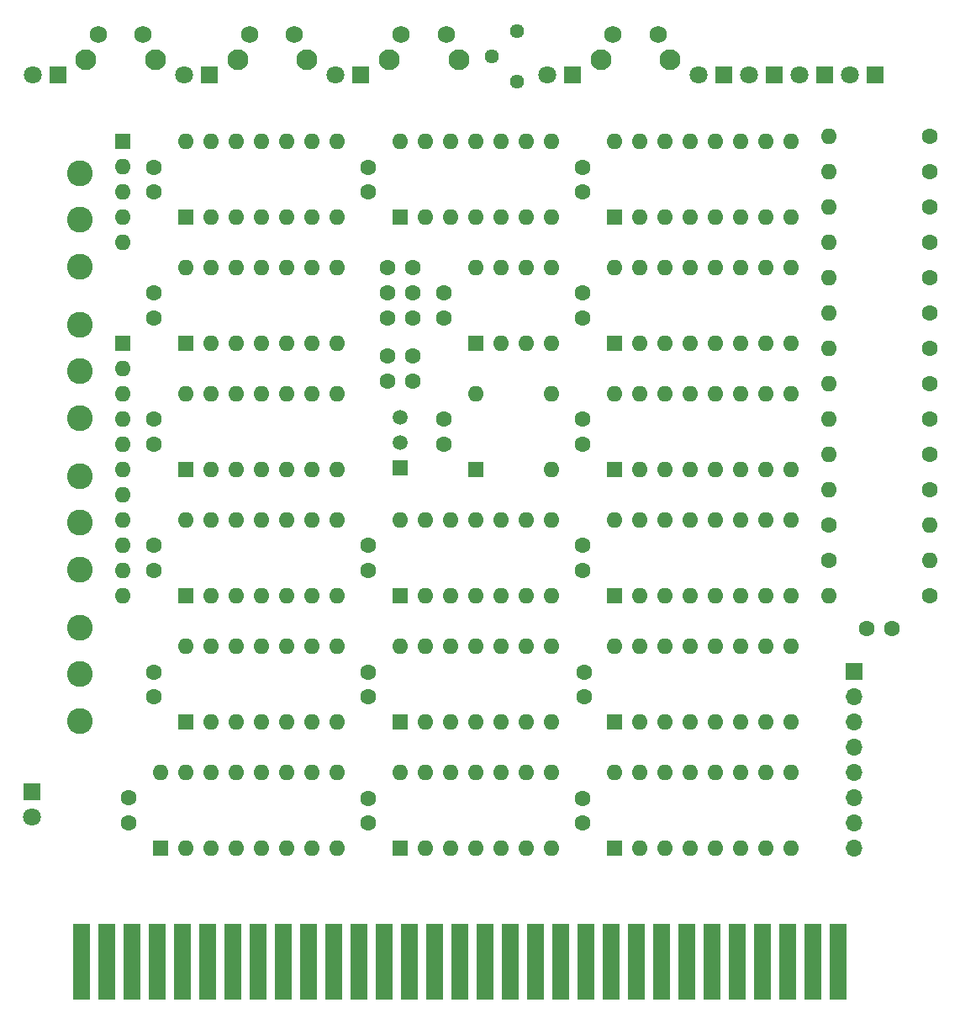
<source format=gts>
G04 #@! TF.GenerationSoftware,KiCad,Pcbnew,7.0.7*
G04 #@! TF.CreationDate,2023-08-22T16:34:34-04:00*
G04 #@! TF.ProjectId,2 - Clock,32202d20-436c-46f6-936b-2e6b69636164,1.1*
G04 #@! TF.SameCoordinates,Original*
G04 #@! TF.FileFunction,Soldermask,Top*
G04 #@! TF.FilePolarity,Negative*
%FSLAX46Y46*%
G04 Gerber Fmt 4.6, Leading zero omitted, Abs format (unit mm)*
G04 Created by KiCad (PCBNEW 7.0.7) date 2023-08-22 16:34:34*
%MOMM*%
%LPD*%
G01*
G04 APERTURE LIST*
%ADD10C,1.600000*%
%ADD11O,1.600000X1.600000*%
%ADD12R,1.600000X1.600000*%
%ADD13R,1.800000X1.800000*%
%ADD14C,1.800000*%
%ADD15C,2.100000*%
%ADD16C,1.750000*%
%ADD17C,2.600000*%
%ADD18R,1.780000X7.620000*%
%ADD19C,1.440000*%
%ADD20R,1.700000X1.700000*%
%ADD21O,1.700000X1.700000*%
%ADD22R,1.500000X1.500000*%
%ADD23C,1.500000*%
G04 APERTURE END LIST*
D10*
X186690000Y-76962000D03*
D11*
X176530000Y-76962000D03*
D12*
X111755000Y-67300000D03*
D11*
X114295000Y-67300000D03*
X116835000Y-67300000D03*
X119375000Y-67300000D03*
X121915000Y-67300000D03*
X124455000Y-67300000D03*
X126995000Y-67300000D03*
X126995000Y-59680000D03*
X124455000Y-59680000D03*
X121915000Y-59680000D03*
X119375000Y-59680000D03*
X116835000Y-59680000D03*
X114295000Y-59680000D03*
X111755000Y-59680000D03*
D13*
X96266000Y-125069600D03*
D14*
X96266000Y-127609600D03*
D12*
X154930000Y-67300000D03*
D11*
X157470000Y-67300000D03*
X160010000Y-67300000D03*
X162550000Y-67300000D03*
X165090000Y-67300000D03*
X167630000Y-67300000D03*
X170170000Y-67300000D03*
X172710000Y-67300000D03*
X172710000Y-59680000D03*
X170170000Y-59680000D03*
X167630000Y-59680000D03*
X165090000Y-59680000D03*
X162550000Y-59680000D03*
X160010000Y-59680000D03*
X157470000Y-59680000D03*
X154930000Y-59680000D03*
D10*
X151892000Y-113050000D03*
X151892000Y-115550000D03*
X176530000Y-98298000D03*
D11*
X186690000Y-98298000D03*
D10*
X130185000Y-113060000D03*
X130185000Y-115560000D03*
X182860000Y-108712000D03*
X180360000Y-108712000D03*
X186690000Y-59182000D03*
D11*
X176530000Y-59182000D03*
D10*
X176530000Y-101854000D03*
D11*
X186690000Y-101854000D03*
D15*
X153573000Y-51411700D03*
X160583000Y-51411700D03*
D16*
X154823000Y-48921700D03*
X159323000Y-48921700D03*
D13*
X176128000Y-52990000D03*
D14*
X173588000Y-52990000D03*
D10*
X132100000Y-74910000D03*
X134600000Y-74910000D03*
D12*
X111760000Y-92680000D03*
D11*
X114300000Y-92680000D03*
X116840000Y-92680000D03*
X119380000Y-92680000D03*
X121920000Y-92680000D03*
X124460000Y-92680000D03*
X127000000Y-92680000D03*
X127000000Y-85060000D03*
X124460000Y-85060000D03*
X121920000Y-85060000D03*
X119380000Y-85060000D03*
X116840000Y-85060000D03*
X114300000Y-85060000D03*
X111760000Y-85060000D03*
D17*
X101068600Y-102718600D03*
X101068600Y-98018600D03*
X101068600Y-93318600D03*
D15*
X116987000Y-51411700D03*
X123997000Y-51411700D03*
D16*
X118237000Y-48921700D03*
X122737000Y-48921700D03*
D12*
X111760000Y-105380000D03*
D11*
X114300000Y-105380000D03*
X116840000Y-105380000D03*
X119380000Y-105380000D03*
X121920000Y-105380000D03*
X124460000Y-105380000D03*
X127000000Y-105380000D03*
X127000000Y-97760000D03*
X124460000Y-97760000D03*
X121920000Y-97760000D03*
X119380000Y-97760000D03*
X116840000Y-97760000D03*
X114300000Y-97760000D03*
X111760000Y-97760000D03*
D10*
X186690000Y-87630000D03*
D11*
X176530000Y-87630000D03*
D10*
X108585000Y-87630000D03*
X108585000Y-90130000D03*
D18*
X177490000Y-142200000D03*
X174950000Y-142200000D03*
X172410000Y-142200000D03*
X169870000Y-142200000D03*
X167330000Y-142200000D03*
X164790000Y-142200000D03*
X162250000Y-142200000D03*
X159710000Y-142200000D03*
X157170000Y-142200000D03*
X154630000Y-142200000D03*
X152090000Y-142200000D03*
X149550000Y-142200000D03*
X147010000Y-142200000D03*
X144470000Y-142200000D03*
X141930000Y-142200000D03*
X139390000Y-142200000D03*
X136850000Y-142200000D03*
X134310000Y-142200000D03*
X131770000Y-142200000D03*
X129230000Y-142200000D03*
X126690000Y-142200000D03*
X124150000Y-142200000D03*
X121610000Y-142200000D03*
X119070000Y-142200000D03*
X116530000Y-142200000D03*
X113990000Y-142200000D03*
X111450000Y-142200000D03*
X108910000Y-142200000D03*
X106370000Y-142200000D03*
X103830000Y-142200000D03*
X101290000Y-142200000D03*
D10*
X132100000Y-72370000D03*
X134600000Y-72370000D03*
D12*
X105410000Y-59690000D03*
D11*
X105410000Y-62230000D03*
X105410000Y-64770000D03*
X105410000Y-67310000D03*
X105410000Y-69850000D03*
D10*
X151765000Y-87610000D03*
X151765000Y-90110000D03*
D17*
X101068600Y-72238600D03*
X101068600Y-67538600D03*
X101068600Y-62838600D03*
D12*
X154940000Y-130800000D03*
D11*
X157480000Y-130800000D03*
X160020000Y-130800000D03*
X162560000Y-130800000D03*
X165100000Y-130800000D03*
X167640000Y-130800000D03*
X170180000Y-130800000D03*
X172720000Y-130800000D03*
X172720000Y-123180000D03*
X170180000Y-123180000D03*
X167640000Y-123180000D03*
X165100000Y-123180000D03*
X162560000Y-123180000D03*
X160020000Y-123180000D03*
X157480000Y-123180000D03*
X154940000Y-123180000D03*
D13*
X129393000Y-52991300D03*
D14*
X126853000Y-52991300D03*
D12*
X154930000Y-105400000D03*
D11*
X157470000Y-105400000D03*
X160010000Y-105400000D03*
X162550000Y-105400000D03*
X165090000Y-105400000D03*
X167630000Y-105400000D03*
X170170000Y-105400000D03*
X172710000Y-105400000D03*
X172710000Y-97780000D03*
X170170000Y-97780000D03*
X167630000Y-97780000D03*
X165090000Y-97780000D03*
X162550000Y-97780000D03*
X160010000Y-97780000D03*
X157470000Y-97780000D03*
X154930000Y-97780000D03*
D10*
X186690000Y-94742000D03*
D11*
X176530000Y-94742000D03*
D19*
X145115600Y-53668200D03*
X142575600Y-51128200D03*
X145115600Y-48588200D03*
D10*
X151765000Y-62250000D03*
X151765000Y-64750000D03*
X137795000Y-87630000D03*
X137795000Y-90130000D03*
X108585000Y-74930000D03*
X108585000Y-77430000D03*
X186690000Y-91186000D03*
D11*
X176530000Y-91186000D03*
D12*
X133345000Y-105390000D03*
D11*
X135885000Y-105390000D03*
X138425000Y-105390000D03*
X140965000Y-105390000D03*
X143505000Y-105390000D03*
X146045000Y-105390000D03*
X148585000Y-105390000D03*
X148585000Y-97770000D03*
X146045000Y-97770000D03*
X143505000Y-97770000D03*
X140965000Y-97770000D03*
X138425000Y-97770000D03*
X135885000Y-97770000D03*
X133345000Y-97770000D03*
D13*
X114142000Y-52991300D03*
D14*
X111602000Y-52991300D03*
D12*
X154930000Y-80000000D03*
D11*
X157470000Y-80000000D03*
X160010000Y-80000000D03*
X162550000Y-80000000D03*
X165090000Y-80000000D03*
X167630000Y-80000000D03*
X170170000Y-80000000D03*
X172710000Y-80000000D03*
X172710000Y-72380000D03*
X170170000Y-72380000D03*
X167630000Y-72380000D03*
X165090000Y-72380000D03*
X162550000Y-72380000D03*
X160010000Y-72380000D03*
X157470000Y-72380000D03*
X154930000Y-72380000D03*
D20*
X179114600Y-113019600D03*
D21*
X179114600Y-115559600D03*
X179114600Y-118099600D03*
X179114600Y-120639600D03*
X179114600Y-123179600D03*
X179114600Y-125719600D03*
X179114600Y-128259600D03*
X179114600Y-130799600D03*
D10*
X132100000Y-83820000D03*
X134600000Y-83820000D03*
D15*
X132238000Y-51410400D03*
X139248000Y-51410400D03*
D16*
X133488000Y-48920400D03*
X137988000Y-48920400D03*
D12*
X133355000Y-130800000D03*
D11*
X135895000Y-130800000D03*
X138435000Y-130800000D03*
X140975000Y-130800000D03*
X143515000Y-130800000D03*
X146055000Y-130800000D03*
X148595000Y-130800000D03*
X148595000Y-123180000D03*
X146055000Y-123180000D03*
X143515000Y-123180000D03*
X140975000Y-123180000D03*
X138435000Y-123180000D03*
X135895000Y-123180000D03*
X133355000Y-123180000D03*
D12*
X105410000Y-80010000D03*
D11*
X105410000Y-82550000D03*
X105410000Y-85090000D03*
X105410000Y-87630000D03*
X105410000Y-90170000D03*
X105410000Y-92710000D03*
X105410000Y-95250000D03*
X105410000Y-97790000D03*
X105410000Y-100330000D03*
X105410000Y-102870000D03*
X105410000Y-105410000D03*
D10*
X186690000Y-105410000D03*
D11*
X176530000Y-105410000D03*
D10*
X108585000Y-62250000D03*
X108585000Y-64750000D03*
X106055000Y-125730000D03*
X106055000Y-128230000D03*
X130175000Y-62250000D03*
X130175000Y-64750000D03*
X134600000Y-81280000D03*
X132100000Y-81280000D03*
X132100000Y-77450000D03*
X134600000Y-77450000D03*
D12*
X111755000Y-118100000D03*
D11*
X114295000Y-118100000D03*
X116835000Y-118100000D03*
X119375000Y-118100000D03*
X121915000Y-118100000D03*
X124455000Y-118100000D03*
X126995000Y-118100000D03*
X126995000Y-110480000D03*
X124455000Y-110480000D03*
X121915000Y-110480000D03*
X119375000Y-110480000D03*
X116835000Y-110480000D03*
X114295000Y-110480000D03*
X111755000Y-110480000D03*
D17*
X101068600Y-87478600D03*
X101068600Y-82778600D03*
X101068600Y-78078600D03*
D10*
X137795000Y-74930000D03*
X137795000Y-77430000D03*
X130175000Y-100330000D03*
X130175000Y-102830000D03*
D17*
X101068600Y-117958600D03*
X101068600Y-113258600D03*
X101068600Y-108558600D03*
D12*
X154930000Y-92680000D03*
D11*
X157470000Y-92680000D03*
X160010000Y-92680000D03*
X162550000Y-92680000D03*
X165090000Y-92680000D03*
X167630000Y-92680000D03*
X170170000Y-92680000D03*
X172710000Y-92680000D03*
X172710000Y-85060000D03*
X170170000Y-85060000D03*
X167630000Y-85060000D03*
X165090000Y-85060000D03*
X162550000Y-85060000D03*
X160010000Y-85060000D03*
X157470000Y-85060000D03*
X154930000Y-85060000D03*
D15*
X101732600Y-51411700D03*
X108742600Y-51411700D03*
D16*
X102982600Y-48921700D03*
X107482600Y-48921700D03*
D10*
X130185000Y-125750000D03*
X130185000Y-128250000D03*
D22*
X133350000Y-92505000D03*
D23*
X133350000Y-89965000D03*
X133350000Y-87425000D03*
D12*
X140980000Y-92680000D03*
D11*
X148600000Y-92680000D03*
X148600000Y-85060000D03*
X140980000Y-85060000D03*
D10*
X186690000Y-66294000D03*
D11*
X176530000Y-66294000D03*
D12*
X109225000Y-130800000D03*
D11*
X111765000Y-130800000D03*
X114305000Y-130800000D03*
X116845000Y-130800000D03*
X119385000Y-130800000D03*
X121925000Y-130800000D03*
X124465000Y-130800000D03*
X127005000Y-130800000D03*
X127005000Y-123180000D03*
X124465000Y-123180000D03*
X121925000Y-123180000D03*
X119385000Y-123180000D03*
X116845000Y-123180000D03*
X114305000Y-123180000D03*
X111765000Y-123180000D03*
X109225000Y-123180000D03*
D13*
X165968000Y-52990000D03*
D14*
X163428000Y-52990000D03*
D13*
X171048000Y-52990000D03*
D14*
X168508000Y-52990000D03*
D12*
X133345000Y-67300000D03*
D11*
X135885000Y-67300000D03*
X138425000Y-67300000D03*
X140965000Y-67300000D03*
X143505000Y-67300000D03*
X146045000Y-67300000D03*
X148585000Y-67300000D03*
X148585000Y-59680000D03*
X146045000Y-59680000D03*
X143505000Y-59680000D03*
X140965000Y-59680000D03*
X138425000Y-59680000D03*
X135885000Y-59680000D03*
X133345000Y-59680000D03*
D10*
X186690000Y-69850000D03*
D11*
X176530000Y-69850000D03*
D13*
X181208000Y-52990000D03*
D14*
X178668000Y-52990000D03*
D12*
X111760000Y-79980000D03*
D11*
X114300000Y-79980000D03*
X116840000Y-79980000D03*
X119380000Y-79980000D03*
X121920000Y-79980000D03*
X124460000Y-79980000D03*
X127000000Y-79980000D03*
X127000000Y-72360000D03*
X124460000Y-72360000D03*
X121920000Y-72360000D03*
X119380000Y-72360000D03*
X116840000Y-72360000D03*
X114300000Y-72360000D03*
X111760000Y-72360000D03*
D12*
X140985000Y-79980000D03*
D11*
X143525000Y-79980000D03*
X146065000Y-79980000D03*
X148605000Y-79980000D03*
X148605000Y-72360000D03*
X146065000Y-72360000D03*
X143525000Y-72360000D03*
X140985000Y-72360000D03*
D10*
X151775000Y-125750000D03*
X151775000Y-128250000D03*
X186690000Y-62738000D03*
D11*
X176530000Y-62738000D03*
D12*
X133355000Y-118110000D03*
D11*
X135895000Y-118110000D03*
X138435000Y-118110000D03*
X140975000Y-118110000D03*
X143515000Y-118110000D03*
X146055000Y-118110000D03*
X148595000Y-118110000D03*
X148595000Y-110490000D03*
X146055000Y-110490000D03*
X143515000Y-110490000D03*
X140975000Y-110490000D03*
X138435000Y-110490000D03*
X135895000Y-110490000D03*
X133355000Y-110490000D03*
D10*
X151765000Y-100330000D03*
X151765000Y-102830000D03*
X186690000Y-84074000D03*
D11*
X176530000Y-84074000D03*
D10*
X151765000Y-74930000D03*
X151765000Y-77430000D03*
D12*
X154930000Y-118100000D03*
D11*
X157470000Y-118100000D03*
X160010000Y-118100000D03*
X162550000Y-118100000D03*
X165090000Y-118100000D03*
X167630000Y-118100000D03*
X170170000Y-118100000D03*
X172710000Y-118100000D03*
X172710000Y-110480000D03*
X170170000Y-110480000D03*
X167630000Y-110480000D03*
X165090000Y-110480000D03*
X162550000Y-110480000D03*
X160010000Y-110480000D03*
X157470000Y-110480000D03*
X154930000Y-110480000D03*
D10*
X108585000Y-113050000D03*
X108585000Y-115550000D03*
X108585000Y-100330000D03*
X108585000Y-102830000D03*
D13*
X98913000Y-52990000D03*
D14*
X96373000Y-52990000D03*
D10*
X186690000Y-73406000D03*
D11*
X176530000Y-73406000D03*
D13*
X150728000Y-52990000D03*
D14*
X148188000Y-52990000D03*
D10*
X186690000Y-80518000D03*
D11*
X176530000Y-80518000D03*
M02*

</source>
